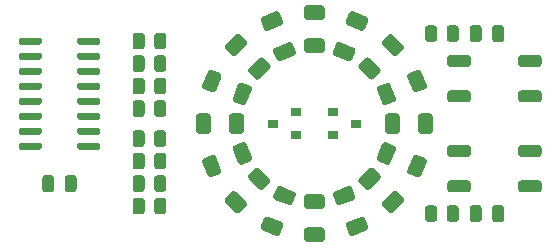
<source format=gbr>
%TF.GenerationSoftware,KiCad,Pcbnew,5.1.9-73d0e3b20d~88~ubuntu20.04.1*%
%TF.CreationDate,2021-03-27T19:40:49+01:00*%
%TF.ProjectId,circledisplay,63697263-6c65-4646-9973-706c61792e6b,rev?*%
%TF.SameCoordinates,Original*%
%TF.FileFunction,Paste,Top*%
%TF.FilePolarity,Positive*%
%FSLAX46Y46*%
G04 Gerber Fmt 4.6, Leading zero omitted, Abs format (unit mm)*
G04 Created by KiCad (PCBNEW 5.1.9-73d0e3b20d~88~ubuntu20.04.1) date 2021-03-27 19:40:49*
%MOMM*%
%LPD*%
G01*
G04 APERTURE LIST*
%ADD10R,0.900000X0.800000*%
G04 APERTURE END LIST*
%TO.C,C1*%
G36*
G01*
X117655000Y-59215000D02*
X117655000Y-60165000D01*
G75*
G02*
X117405000Y-60415000I-250000J0D01*
G01*
X116905000Y-60415000D01*
G75*
G02*
X116655000Y-60165000I0J250000D01*
G01*
X116655000Y-59215000D01*
G75*
G02*
X116905000Y-58965000I250000J0D01*
G01*
X117405000Y-58965000D01*
G75*
G02*
X117655000Y-59215000I0J-250000D01*
G01*
G37*
G36*
G01*
X115755000Y-59215000D02*
X115755000Y-60165000D01*
G75*
G02*
X115505000Y-60415000I-250000J0D01*
G01*
X115005000Y-60415000D01*
G75*
G02*
X114755000Y-60165000I0J250000D01*
G01*
X114755000Y-59215000D01*
G75*
G02*
X115005000Y-58965000I250000J0D01*
G01*
X115505000Y-58965000D01*
G75*
G02*
X115755000Y-59215000I0J-250000D01*
G01*
G37*
%TD*%
%TO.C,C2*%
G36*
G01*
X115755000Y-74455000D02*
X115755000Y-75405000D01*
G75*
G02*
X115505000Y-75655000I-250000J0D01*
G01*
X115005000Y-75655000D01*
G75*
G02*
X114755000Y-75405000I0J250000D01*
G01*
X114755000Y-74455000D01*
G75*
G02*
X115005000Y-74205000I250000J0D01*
G01*
X115505000Y-74205000D01*
G75*
G02*
X115755000Y-74455000I0J-250000D01*
G01*
G37*
G36*
G01*
X117655000Y-74455000D02*
X117655000Y-75405000D01*
G75*
G02*
X117405000Y-75655000I-250000J0D01*
G01*
X116905000Y-75655000D01*
G75*
G02*
X116655000Y-75405000I0J250000D01*
G01*
X116655000Y-74455000D01*
G75*
G02*
X116905000Y-74205000I250000J0D01*
G01*
X117405000Y-74205000D01*
G75*
G02*
X117655000Y-74455000I0J-250000D01*
G01*
G37*
%TD*%
%TO.C,C3*%
G36*
G01*
X81460000Y-71915000D02*
X81460000Y-72865000D01*
G75*
G02*
X81210000Y-73115000I-250000J0D01*
G01*
X80710000Y-73115000D01*
G75*
G02*
X80460000Y-72865000I0J250000D01*
G01*
X80460000Y-71915000D01*
G75*
G02*
X80710000Y-71665000I250000J0D01*
G01*
X81210000Y-71665000D01*
G75*
G02*
X81460000Y-71915000I0J-250000D01*
G01*
G37*
G36*
G01*
X79560000Y-71915000D02*
X79560000Y-72865000D01*
G75*
G02*
X79310000Y-73115000I-250000J0D01*
G01*
X78810000Y-73115000D01*
G75*
G02*
X78560000Y-72865000I0J250000D01*
G01*
X78560000Y-71915000D01*
G75*
G02*
X78810000Y-71665000I250000J0D01*
G01*
X79310000Y-71665000D01*
G75*
G02*
X79560000Y-71915000I0J-250000D01*
G01*
G37*
%TD*%
%TO.C,D1*%
G36*
G01*
X100975000Y-57285000D02*
X102225000Y-57285000D01*
G75*
G02*
X102475000Y-57535000I0J-250000D01*
G01*
X102475000Y-58285000D01*
G75*
G02*
X102225000Y-58535000I-250000J0D01*
G01*
X100975000Y-58535000D01*
G75*
G02*
X100725000Y-58285000I0J250000D01*
G01*
X100725000Y-57535000D01*
G75*
G02*
X100975000Y-57285000I250000J0D01*
G01*
G37*
G36*
G01*
X100975000Y-60085000D02*
X102225000Y-60085000D01*
G75*
G02*
X102475000Y-60335000I0J-250000D01*
G01*
X102475000Y-61085000D01*
G75*
G02*
X102225000Y-61335000I-250000J0D01*
G01*
X100975000Y-61335000D01*
G75*
G02*
X100725000Y-61085000I0J250000D01*
G01*
X100725000Y-60335000D01*
G75*
G02*
X100975000Y-60085000I250000J0D01*
G01*
G37*
%TD*%
%TO.C,D2*%
G36*
G01*
X103787463Y-60395793D02*
X104942312Y-60874147D01*
G75*
G02*
X105077611Y-61200788I-95671J-230970D01*
G01*
X104790598Y-61893698D01*
G75*
G02*
X104463957Y-62028997I-230970J95671D01*
G01*
X103309108Y-61550643D01*
G75*
G02*
X103173809Y-61224002I95671J230970D01*
G01*
X103460822Y-60531092D01*
G75*
G02*
X103787463Y-60395793I230970J-95671D01*
G01*
G37*
G36*
G01*
X104858977Y-57808931D02*
X106013826Y-58287285D01*
G75*
G02*
X106149125Y-58613926I-95671J-230970D01*
G01*
X105862112Y-59306836D01*
G75*
G02*
X105535471Y-59442135I-230970J95671D01*
G01*
X104380622Y-58963781D01*
G75*
G02*
X104245323Y-58637140I95671J230970D01*
G01*
X104532336Y-57944230D01*
G75*
G02*
X104858977Y-57808931I230970J-95671D01*
G01*
G37*
%TD*%
%TO.C,D3*%
G36*
G01*
X108246803Y-59779313D02*
X109130687Y-60663197D01*
G75*
G02*
X109130687Y-61016751I-176777J-176777D01*
G01*
X108600357Y-61547081D01*
G75*
G02*
X108246803Y-61547081I-176777J176777D01*
G01*
X107362919Y-60663197D01*
G75*
G02*
X107362919Y-60309643I176777J176777D01*
G01*
X107893249Y-59779313D01*
G75*
G02*
X108246803Y-59779313I176777J-176777D01*
G01*
G37*
G36*
G01*
X106266905Y-61759211D02*
X107150789Y-62643095D01*
G75*
G02*
X107150789Y-62996649I-176777J-176777D01*
G01*
X106620459Y-63526979D01*
G75*
G02*
X106266905Y-63526979I-176777J176777D01*
G01*
X105383021Y-62643095D01*
G75*
G02*
X105383021Y-62289541I176777J176777D01*
G01*
X105913351Y-61759211D01*
G75*
G02*
X106266905Y-61759211I176777J-176777D01*
G01*
G37*
%TD*%
%TO.C,D4*%
G36*
G01*
X108035853Y-63967688D02*
X108514207Y-65122537D01*
G75*
G02*
X108378908Y-65449178I-230970J-95671D01*
G01*
X107685998Y-65736191D01*
G75*
G02*
X107359357Y-65600892I-95671J230970D01*
G01*
X106881003Y-64446043D01*
G75*
G02*
X107016302Y-64119402I230970J95671D01*
G01*
X107709212Y-63832389D01*
G75*
G02*
X108035853Y-63967688I95671J-230970D01*
G01*
G37*
G36*
G01*
X110622715Y-62896174D02*
X111101069Y-64051023D01*
G75*
G02*
X110965770Y-64377664I-230970J-95671D01*
G01*
X110272860Y-64664677D01*
G75*
G02*
X109946219Y-64529378I-95671J230970D01*
G01*
X109467865Y-63374529D01*
G75*
G02*
X109603164Y-63047888I230970J95671D01*
G01*
X110296074Y-62760875D01*
G75*
G02*
X110622715Y-62896174I95671J-230970D01*
G01*
G37*
%TD*%
%TO.C,D5*%
G36*
G01*
X111625000Y-66685000D02*
X111625000Y-67935000D01*
G75*
G02*
X111375000Y-68185000I-250000J0D01*
G01*
X110625000Y-68185000D01*
G75*
G02*
X110375000Y-67935000I0J250000D01*
G01*
X110375000Y-66685000D01*
G75*
G02*
X110625000Y-66435000I250000J0D01*
G01*
X111375000Y-66435000D01*
G75*
G02*
X111625000Y-66685000I0J-250000D01*
G01*
G37*
G36*
G01*
X108825000Y-66685000D02*
X108825000Y-67935000D01*
G75*
G02*
X108575000Y-68185000I-250000J0D01*
G01*
X107825000Y-68185000D01*
G75*
G02*
X107575000Y-67935000I0J250000D01*
G01*
X107575000Y-66685000D01*
G75*
G02*
X107825000Y-66435000I250000J0D01*
G01*
X108575000Y-66435000D01*
G75*
G02*
X108825000Y-66685000I0J-250000D01*
G01*
G37*
%TD*%
%TO.C,D6*%
G36*
G01*
X108514207Y-69497463D02*
X108035853Y-70652312D01*
G75*
G02*
X107709212Y-70787611I-230970J95671D01*
G01*
X107016302Y-70500598D01*
G75*
G02*
X106881003Y-70173957I95671J230970D01*
G01*
X107359357Y-69019108D01*
G75*
G02*
X107685998Y-68883809I230970J-95671D01*
G01*
X108378908Y-69170822D01*
G75*
G02*
X108514207Y-69497463I-95671J-230970D01*
G01*
G37*
G36*
G01*
X111101069Y-70568977D02*
X110622715Y-71723826D01*
G75*
G02*
X110296074Y-71859125I-230970J95671D01*
G01*
X109603164Y-71572112D01*
G75*
G02*
X109467865Y-71245471I95671J230970D01*
G01*
X109946219Y-70090622D01*
G75*
G02*
X110272860Y-69955323I230970J-95671D01*
G01*
X110965770Y-70242336D01*
G75*
G02*
X111101069Y-70568977I-95671J-230970D01*
G01*
G37*
%TD*%
%TO.C,D7*%
G36*
G01*
X109130687Y-73956803D02*
X108246803Y-74840687D01*
G75*
G02*
X107893249Y-74840687I-176777J176777D01*
G01*
X107362919Y-74310357D01*
G75*
G02*
X107362919Y-73956803I176777J176777D01*
G01*
X108246803Y-73072919D01*
G75*
G02*
X108600357Y-73072919I176777J-176777D01*
G01*
X109130687Y-73603249D01*
G75*
G02*
X109130687Y-73956803I-176777J-176777D01*
G01*
G37*
G36*
G01*
X107150789Y-71976905D02*
X106266905Y-72860789D01*
G75*
G02*
X105913351Y-72860789I-176777J176777D01*
G01*
X105383021Y-72330459D01*
G75*
G02*
X105383021Y-71976905I176777J176777D01*
G01*
X106266905Y-71093021D01*
G75*
G02*
X106620459Y-71093021I176777J-176777D01*
G01*
X107150789Y-71623351D01*
G75*
G02*
X107150789Y-71976905I-176777J-176777D01*
G01*
G37*
%TD*%
%TO.C,D8*%
G36*
G01*
X104942312Y-73745853D02*
X103787463Y-74224207D01*
G75*
G02*
X103460822Y-74088908I-95671J230970D01*
G01*
X103173809Y-73395998D01*
G75*
G02*
X103309108Y-73069357I230970J95671D01*
G01*
X104463957Y-72591003D01*
G75*
G02*
X104790598Y-72726302I95671J-230970D01*
G01*
X105077611Y-73419212D01*
G75*
G02*
X104942312Y-73745853I-230970J-95671D01*
G01*
G37*
G36*
G01*
X106013826Y-76332715D02*
X104858977Y-76811069D01*
G75*
G02*
X104532336Y-76675770I-95671J230970D01*
G01*
X104245323Y-75982860D01*
G75*
G02*
X104380622Y-75656219I230970J95671D01*
G01*
X105535471Y-75177865D01*
G75*
G02*
X105862112Y-75313164I95671J-230970D01*
G01*
X106149125Y-76006074D01*
G75*
G02*
X106013826Y-76332715I-230970J-95671D01*
G01*
G37*
%TD*%
%TO.C,D9*%
G36*
G01*
X102225000Y-77335000D02*
X100975000Y-77335000D01*
G75*
G02*
X100725000Y-77085000I0J250000D01*
G01*
X100725000Y-76335000D01*
G75*
G02*
X100975000Y-76085000I250000J0D01*
G01*
X102225000Y-76085000D01*
G75*
G02*
X102475000Y-76335000I0J-250000D01*
G01*
X102475000Y-77085000D01*
G75*
G02*
X102225000Y-77335000I-250000J0D01*
G01*
G37*
G36*
G01*
X102225000Y-74535000D02*
X100975000Y-74535000D01*
G75*
G02*
X100725000Y-74285000I0J250000D01*
G01*
X100725000Y-73535000D01*
G75*
G02*
X100975000Y-73285000I250000J0D01*
G01*
X102225000Y-73285000D01*
G75*
G02*
X102475000Y-73535000I0J-250000D01*
G01*
X102475000Y-74285000D01*
G75*
G02*
X102225000Y-74535000I-250000J0D01*
G01*
G37*
%TD*%
%TO.C,D10*%
G36*
G01*
X99412537Y-74224207D02*
X98257688Y-73745853D01*
G75*
G02*
X98122389Y-73419212I95671J230970D01*
G01*
X98409402Y-72726302D01*
G75*
G02*
X98736043Y-72591003I230970J-95671D01*
G01*
X99890892Y-73069357D01*
G75*
G02*
X100026191Y-73395998I-95671J-230970D01*
G01*
X99739178Y-74088908D01*
G75*
G02*
X99412537Y-74224207I-230970J95671D01*
G01*
G37*
G36*
G01*
X98341023Y-76811069D02*
X97186174Y-76332715D01*
G75*
G02*
X97050875Y-76006074I95671J230970D01*
G01*
X97337888Y-75313164D01*
G75*
G02*
X97664529Y-75177865I230970J-95671D01*
G01*
X98819378Y-75656219D01*
G75*
G02*
X98954677Y-75982860I-95671J-230970D01*
G01*
X98667664Y-76675770D01*
G75*
G02*
X98341023Y-76811069I-230970J95671D01*
G01*
G37*
%TD*%
%TO.C,D11*%
G36*
G01*
X94953197Y-74840687D02*
X94069313Y-73956803D01*
G75*
G02*
X94069313Y-73603249I176777J176777D01*
G01*
X94599643Y-73072919D01*
G75*
G02*
X94953197Y-73072919I176777J-176777D01*
G01*
X95837081Y-73956803D01*
G75*
G02*
X95837081Y-74310357I-176777J-176777D01*
G01*
X95306751Y-74840687D01*
G75*
G02*
X94953197Y-74840687I-176777J176777D01*
G01*
G37*
G36*
G01*
X96933095Y-72860789D02*
X96049211Y-71976905D01*
G75*
G02*
X96049211Y-71623351I176777J176777D01*
G01*
X96579541Y-71093021D01*
G75*
G02*
X96933095Y-71093021I176777J-176777D01*
G01*
X97816979Y-71976905D01*
G75*
G02*
X97816979Y-72330459I-176777J-176777D01*
G01*
X97286649Y-72860789D01*
G75*
G02*
X96933095Y-72860789I-176777J176777D01*
G01*
G37*
%TD*%
%TO.C,D12*%
G36*
G01*
X95164147Y-70652312D02*
X94685793Y-69497463D01*
G75*
G02*
X94821092Y-69170822I230970J95671D01*
G01*
X95514002Y-68883809D01*
G75*
G02*
X95840643Y-69019108I95671J-230970D01*
G01*
X96318997Y-70173957D01*
G75*
G02*
X96183698Y-70500598I-230970J-95671D01*
G01*
X95490788Y-70787611D01*
G75*
G02*
X95164147Y-70652312I-95671J230970D01*
G01*
G37*
G36*
G01*
X92577285Y-71723826D02*
X92098931Y-70568977D01*
G75*
G02*
X92234230Y-70242336I230970J95671D01*
G01*
X92927140Y-69955323D01*
G75*
G02*
X93253781Y-70090622I95671J-230970D01*
G01*
X93732135Y-71245471D01*
G75*
G02*
X93596836Y-71572112I-230970J-95671D01*
G01*
X92903926Y-71859125D01*
G75*
G02*
X92577285Y-71723826I-95671J230970D01*
G01*
G37*
%TD*%
%TO.C,D13*%
G36*
G01*
X91575000Y-67935000D02*
X91575000Y-66685000D01*
G75*
G02*
X91825000Y-66435000I250000J0D01*
G01*
X92575000Y-66435000D01*
G75*
G02*
X92825000Y-66685000I0J-250000D01*
G01*
X92825000Y-67935000D01*
G75*
G02*
X92575000Y-68185000I-250000J0D01*
G01*
X91825000Y-68185000D01*
G75*
G02*
X91575000Y-67935000I0J250000D01*
G01*
G37*
G36*
G01*
X94375000Y-67935000D02*
X94375000Y-66685000D01*
G75*
G02*
X94625000Y-66435000I250000J0D01*
G01*
X95375000Y-66435000D01*
G75*
G02*
X95625000Y-66685000I0J-250000D01*
G01*
X95625000Y-67935000D01*
G75*
G02*
X95375000Y-68185000I-250000J0D01*
G01*
X94625000Y-68185000D01*
G75*
G02*
X94375000Y-67935000I0J250000D01*
G01*
G37*
%TD*%
%TO.C,D14*%
G36*
G01*
X94685793Y-65122537D02*
X95164147Y-63967688D01*
G75*
G02*
X95490788Y-63832389I230970J-95671D01*
G01*
X96183698Y-64119402D01*
G75*
G02*
X96318997Y-64446043I-95671J-230970D01*
G01*
X95840643Y-65600892D01*
G75*
G02*
X95514002Y-65736191I-230970J95671D01*
G01*
X94821092Y-65449178D01*
G75*
G02*
X94685793Y-65122537I95671J230970D01*
G01*
G37*
G36*
G01*
X92098931Y-64051023D02*
X92577285Y-62896174D01*
G75*
G02*
X92903926Y-62760875I230970J-95671D01*
G01*
X93596836Y-63047888D01*
G75*
G02*
X93732135Y-63374529I-95671J-230970D01*
G01*
X93253781Y-64529378D01*
G75*
G02*
X92927140Y-64664677I-230970J95671D01*
G01*
X92234230Y-64377664D01*
G75*
G02*
X92098931Y-64051023I95671J230970D01*
G01*
G37*
%TD*%
%TO.C,D15*%
G36*
G01*
X94069313Y-60663197D02*
X94953197Y-59779313D01*
G75*
G02*
X95306751Y-59779313I176777J-176777D01*
G01*
X95837081Y-60309643D01*
G75*
G02*
X95837081Y-60663197I-176777J-176777D01*
G01*
X94953197Y-61547081D01*
G75*
G02*
X94599643Y-61547081I-176777J176777D01*
G01*
X94069313Y-61016751D01*
G75*
G02*
X94069313Y-60663197I176777J176777D01*
G01*
G37*
G36*
G01*
X96049211Y-62643095D02*
X96933095Y-61759211D01*
G75*
G02*
X97286649Y-61759211I176777J-176777D01*
G01*
X97816979Y-62289541D01*
G75*
G02*
X97816979Y-62643095I-176777J-176777D01*
G01*
X96933095Y-63526979D01*
G75*
G02*
X96579541Y-63526979I-176777J176777D01*
G01*
X96049211Y-62996649D01*
G75*
G02*
X96049211Y-62643095I176777J176777D01*
G01*
G37*
%TD*%
%TO.C,D16*%
G36*
G01*
X98257688Y-60874147D02*
X99412537Y-60395793D01*
G75*
G02*
X99739178Y-60531092I95671J-230970D01*
G01*
X100026191Y-61224002D01*
G75*
G02*
X99890892Y-61550643I-230970J-95671D01*
G01*
X98736043Y-62028997D01*
G75*
G02*
X98409402Y-61893698I-95671J230970D01*
G01*
X98122389Y-61200788D01*
G75*
G02*
X98257688Y-60874147I230970J95671D01*
G01*
G37*
G36*
G01*
X97186174Y-58287285D02*
X98341023Y-57808931D01*
G75*
G02*
X98667664Y-57944230I95671J-230970D01*
G01*
X98954677Y-58637140D01*
G75*
G02*
X98819378Y-58963781I-230970J-95671D01*
G01*
X97664529Y-59442135D01*
G75*
G02*
X97337888Y-59306836I-95671J230970D01*
G01*
X97050875Y-58613926D01*
G75*
G02*
X97186174Y-58287285I230970J95671D01*
G01*
G37*
%TD*%
D10*
%TO.C,Q1*%
X103140000Y-66360000D03*
X103140000Y-68260000D03*
X105140000Y-67310000D03*
%TD*%
%TO.C,Q2*%
X98060000Y-67310000D03*
X100060000Y-66360000D03*
X100060000Y-68260000D03*
%TD*%
%TO.C,R1*%
G36*
G01*
X113820000Y-59239998D02*
X113820000Y-60140002D01*
G75*
G02*
X113570002Y-60390000I-249998J0D01*
G01*
X113044998Y-60390000D01*
G75*
G02*
X112795000Y-60140002I0J249998D01*
G01*
X112795000Y-59239998D01*
G75*
G02*
X113044998Y-58990000I249998J0D01*
G01*
X113570002Y-58990000D01*
G75*
G02*
X113820000Y-59239998I0J-249998D01*
G01*
G37*
G36*
G01*
X111995000Y-59239998D02*
X111995000Y-60140002D01*
G75*
G02*
X111745002Y-60390000I-249998J0D01*
G01*
X111219998Y-60390000D01*
G75*
G02*
X110970000Y-60140002I0J249998D01*
G01*
X110970000Y-59239998D01*
G75*
G02*
X111219998Y-58990000I249998J0D01*
G01*
X111745002Y-58990000D01*
G75*
G02*
X111995000Y-59239998I0J-249998D01*
G01*
G37*
%TD*%
%TO.C,R2*%
G36*
G01*
X111995000Y-74479998D02*
X111995000Y-75380002D01*
G75*
G02*
X111745002Y-75630000I-249998J0D01*
G01*
X111219998Y-75630000D01*
G75*
G02*
X110970000Y-75380002I0J249998D01*
G01*
X110970000Y-74479998D01*
G75*
G02*
X111219998Y-74230000I249998J0D01*
G01*
X111745002Y-74230000D01*
G75*
G02*
X111995000Y-74479998I0J-249998D01*
G01*
G37*
G36*
G01*
X113820000Y-74479998D02*
X113820000Y-75380002D01*
G75*
G02*
X113570002Y-75630000I-249998J0D01*
G01*
X113044998Y-75630000D01*
G75*
G02*
X112795000Y-75380002I0J249998D01*
G01*
X112795000Y-74479998D01*
G75*
G02*
X113044998Y-74230000I249998J0D01*
G01*
X113570002Y-74230000D01*
G75*
G02*
X113820000Y-74479998I0J-249998D01*
G01*
G37*
%TD*%
%TO.C,R3*%
G36*
G01*
X89055000Y-59874998D02*
X89055000Y-60775002D01*
G75*
G02*
X88805002Y-61025000I-249998J0D01*
G01*
X88279998Y-61025000D01*
G75*
G02*
X88030000Y-60775002I0J249998D01*
G01*
X88030000Y-59874998D01*
G75*
G02*
X88279998Y-59625000I249998J0D01*
G01*
X88805002Y-59625000D01*
G75*
G02*
X89055000Y-59874998I0J-249998D01*
G01*
G37*
G36*
G01*
X87230000Y-59874998D02*
X87230000Y-60775002D01*
G75*
G02*
X86980002Y-61025000I-249998J0D01*
G01*
X86454998Y-61025000D01*
G75*
G02*
X86205000Y-60775002I0J249998D01*
G01*
X86205000Y-59874998D01*
G75*
G02*
X86454998Y-59625000I249998J0D01*
G01*
X86980002Y-59625000D01*
G75*
G02*
X87230000Y-59874998I0J-249998D01*
G01*
G37*
%TD*%
%TO.C,R4*%
G36*
G01*
X89055000Y-61779998D02*
X89055000Y-62680002D01*
G75*
G02*
X88805002Y-62930000I-249998J0D01*
G01*
X88279998Y-62930000D01*
G75*
G02*
X88030000Y-62680002I0J249998D01*
G01*
X88030000Y-61779998D01*
G75*
G02*
X88279998Y-61530000I249998J0D01*
G01*
X88805002Y-61530000D01*
G75*
G02*
X89055000Y-61779998I0J-249998D01*
G01*
G37*
G36*
G01*
X87230000Y-61779998D02*
X87230000Y-62680002D01*
G75*
G02*
X86980002Y-62930000I-249998J0D01*
G01*
X86454998Y-62930000D01*
G75*
G02*
X86205000Y-62680002I0J249998D01*
G01*
X86205000Y-61779998D01*
G75*
G02*
X86454998Y-61530000I249998J0D01*
G01*
X86980002Y-61530000D01*
G75*
G02*
X87230000Y-61779998I0J-249998D01*
G01*
G37*
%TD*%
%TO.C,R5*%
G36*
G01*
X87230000Y-63684998D02*
X87230000Y-64585002D01*
G75*
G02*
X86980002Y-64835000I-249998J0D01*
G01*
X86454998Y-64835000D01*
G75*
G02*
X86205000Y-64585002I0J249998D01*
G01*
X86205000Y-63684998D01*
G75*
G02*
X86454998Y-63435000I249998J0D01*
G01*
X86980002Y-63435000D01*
G75*
G02*
X87230000Y-63684998I0J-249998D01*
G01*
G37*
G36*
G01*
X89055000Y-63684998D02*
X89055000Y-64585002D01*
G75*
G02*
X88805002Y-64835000I-249998J0D01*
G01*
X88279998Y-64835000D01*
G75*
G02*
X88030000Y-64585002I0J249998D01*
G01*
X88030000Y-63684998D01*
G75*
G02*
X88279998Y-63435000I249998J0D01*
G01*
X88805002Y-63435000D01*
G75*
G02*
X89055000Y-63684998I0J-249998D01*
G01*
G37*
%TD*%
%TO.C,R6*%
G36*
G01*
X87230000Y-65589998D02*
X87230000Y-66490002D01*
G75*
G02*
X86980002Y-66740000I-249998J0D01*
G01*
X86454998Y-66740000D01*
G75*
G02*
X86205000Y-66490002I0J249998D01*
G01*
X86205000Y-65589998D01*
G75*
G02*
X86454998Y-65340000I249998J0D01*
G01*
X86980002Y-65340000D01*
G75*
G02*
X87230000Y-65589998I0J-249998D01*
G01*
G37*
G36*
G01*
X89055000Y-65589998D02*
X89055000Y-66490002D01*
G75*
G02*
X88805002Y-66740000I-249998J0D01*
G01*
X88279998Y-66740000D01*
G75*
G02*
X88030000Y-66490002I0J249998D01*
G01*
X88030000Y-65589998D01*
G75*
G02*
X88279998Y-65340000I249998J0D01*
G01*
X88805002Y-65340000D01*
G75*
G02*
X89055000Y-65589998I0J-249998D01*
G01*
G37*
%TD*%
%TO.C,R7*%
G36*
G01*
X89055000Y-68129998D02*
X89055000Y-69030002D01*
G75*
G02*
X88805002Y-69280000I-249998J0D01*
G01*
X88279998Y-69280000D01*
G75*
G02*
X88030000Y-69030002I0J249998D01*
G01*
X88030000Y-68129998D01*
G75*
G02*
X88279998Y-67880000I249998J0D01*
G01*
X88805002Y-67880000D01*
G75*
G02*
X89055000Y-68129998I0J-249998D01*
G01*
G37*
G36*
G01*
X87230000Y-68129998D02*
X87230000Y-69030002D01*
G75*
G02*
X86980002Y-69280000I-249998J0D01*
G01*
X86454998Y-69280000D01*
G75*
G02*
X86205000Y-69030002I0J249998D01*
G01*
X86205000Y-68129998D01*
G75*
G02*
X86454998Y-67880000I249998J0D01*
G01*
X86980002Y-67880000D01*
G75*
G02*
X87230000Y-68129998I0J-249998D01*
G01*
G37*
%TD*%
%TO.C,R8*%
G36*
G01*
X87230000Y-70034998D02*
X87230000Y-70935002D01*
G75*
G02*
X86980002Y-71185000I-249998J0D01*
G01*
X86454998Y-71185000D01*
G75*
G02*
X86205000Y-70935002I0J249998D01*
G01*
X86205000Y-70034998D01*
G75*
G02*
X86454998Y-69785000I249998J0D01*
G01*
X86980002Y-69785000D01*
G75*
G02*
X87230000Y-70034998I0J-249998D01*
G01*
G37*
G36*
G01*
X89055000Y-70034998D02*
X89055000Y-70935002D01*
G75*
G02*
X88805002Y-71185000I-249998J0D01*
G01*
X88279998Y-71185000D01*
G75*
G02*
X88030000Y-70935002I0J249998D01*
G01*
X88030000Y-70034998D01*
G75*
G02*
X88279998Y-69785000I249998J0D01*
G01*
X88805002Y-69785000D01*
G75*
G02*
X89055000Y-70034998I0J-249998D01*
G01*
G37*
%TD*%
%TO.C,R9*%
G36*
G01*
X87230000Y-71939998D02*
X87230000Y-72840002D01*
G75*
G02*
X86980002Y-73090000I-249998J0D01*
G01*
X86454998Y-73090000D01*
G75*
G02*
X86205000Y-72840002I0J249998D01*
G01*
X86205000Y-71939998D01*
G75*
G02*
X86454998Y-71690000I249998J0D01*
G01*
X86980002Y-71690000D01*
G75*
G02*
X87230000Y-71939998I0J-249998D01*
G01*
G37*
G36*
G01*
X89055000Y-71939998D02*
X89055000Y-72840002D01*
G75*
G02*
X88805002Y-73090000I-249998J0D01*
G01*
X88279998Y-73090000D01*
G75*
G02*
X88030000Y-72840002I0J249998D01*
G01*
X88030000Y-71939998D01*
G75*
G02*
X88279998Y-71690000I249998J0D01*
G01*
X88805002Y-71690000D01*
G75*
G02*
X89055000Y-71939998I0J-249998D01*
G01*
G37*
%TD*%
%TO.C,R10*%
G36*
G01*
X89055000Y-73844998D02*
X89055000Y-74745002D01*
G75*
G02*
X88805002Y-74995000I-249998J0D01*
G01*
X88279998Y-74995000D01*
G75*
G02*
X88030000Y-74745002I0J249998D01*
G01*
X88030000Y-73844998D01*
G75*
G02*
X88279998Y-73595000I249998J0D01*
G01*
X88805002Y-73595000D01*
G75*
G02*
X89055000Y-73844998I0J-249998D01*
G01*
G37*
G36*
G01*
X87230000Y-73844998D02*
X87230000Y-74745002D01*
G75*
G02*
X86980002Y-74995000I-249998J0D01*
G01*
X86454998Y-74995000D01*
G75*
G02*
X86205000Y-74745002I0J249998D01*
G01*
X86205000Y-73844998D01*
G75*
G02*
X86454998Y-73595000I249998J0D01*
G01*
X86980002Y-73595000D01*
G75*
G02*
X87230000Y-73844998I0J-249998D01*
G01*
G37*
%TD*%
%TO.C,SW1*%
G36*
G01*
X118840000Y-65250000D02*
X118840000Y-64750000D01*
G75*
G02*
X119090000Y-64500000I250000J0D01*
G01*
X120590000Y-64500000D01*
G75*
G02*
X120840000Y-64750000I0J-250000D01*
G01*
X120840000Y-65250000D01*
G75*
G02*
X120590000Y-65500000I-250000J0D01*
G01*
X119090000Y-65500000D01*
G75*
G02*
X118840000Y-65250000I0J250000D01*
G01*
G37*
G36*
G01*
X118840000Y-62250000D02*
X118840000Y-61750000D01*
G75*
G02*
X119090000Y-61500000I250000J0D01*
G01*
X120590000Y-61500000D01*
G75*
G02*
X120840000Y-61750000I0J-250000D01*
G01*
X120840000Y-62250000D01*
G75*
G02*
X120590000Y-62500000I-250000J0D01*
G01*
X119090000Y-62500000D01*
G75*
G02*
X118840000Y-62250000I0J250000D01*
G01*
G37*
G36*
G01*
X112840000Y-65250000D02*
X112840000Y-64750000D01*
G75*
G02*
X113090000Y-64500000I250000J0D01*
G01*
X114590000Y-64500000D01*
G75*
G02*
X114840000Y-64750000I0J-250000D01*
G01*
X114840000Y-65250000D01*
G75*
G02*
X114590000Y-65500000I-250000J0D01*
G01*
X113090000Y-65500000D01*
G75*
G02*
X112840000Y-65250000I0J250000D01*
G01*
G37*
G36*
G01*
X112840000Y-62250000D02*
X112840000Y-61750000D01*
G75*
G02*
X113090000Y-61500000I250000J0D01*
G01*
X114590000Y-61500000D01*
G75*
G02*
X114840000Y-61750000I0J-250000D01*
G01*
X114840000Y-62250000D01*
G75*
G02*
X114590000Y-62500000I-250000J0D01*
G01*
X113090000Y-62500000D01*
G75*
G02*
X112840000Y-62250000I0J250000D01*
G01*
G37*
%TD*%
%TO.C,SW2*%
G36*
G01*
X120840000Y-72370000D02*
X120840000Y-72870000D01*
G75*
G02*
X120590000Y-73120000I-250000J0D01*
G01*
X119090000Y-73120000D01*
G75*
G02*
X118840000Y-72870000I0J250000D01*
G01*
X118840000Y-72370000D01*
G75*
G02*
X119090000Y-72120000I250000J0D01*
G01*
X120590000Y-72120000D01*
G75*
G02*
X120840000Y-72370000I0J-250000D01*
G01*
G37*
G36*
G01*
X120840000Y-69370000D02*
X120840000Y-69870000D01*
G75*
G02*
X120590000Y-70120000I-250000J0D01*
G01*
X119090000Y-70120000D01*
G75*
G02*
X118840000Y-69870000I0J250000D01*
G01*
X118840000Y-69370000D01*
G75*
G02*
X119090000Y-69120000I250000J0D01*
G01*
X120590000Y-69120000D01*
G75*
G02*
X120840000Y-69370000I0J-250000D01*
G01*
G37*
G36*
G01*
X114840000Y-72370000D02*
X114840000Y-72870000D01*
G75*
G02*
X114590000Y-73120000I-250000J0D01*
G01*
X113090000Y-73120000D01*
G75*
G02*
X112840000Y-72870000I0J250000D01*
G01*
X112840000Y-72370000D01*
G75*
G02*
X113090000Y-72120000I250000J0D01*
G01*
X114590000Y-72120000D01*
G75*
G02*
X114840000Y-72370000I0J-250000D01*
G01*
G37*
G36*
G01*
X114840000Y-69370000D02*
X114840000Y-69870000D01*
G75*
G02*
X114590000Y-70120000I-250000J0D01*
G01*
X113090000Y-70120000D01*
G75*
G02*
X112840000Y-69870000I0J250000D01*
G01*
X112840000Y-69370000D01*
G75*
G02*
X113090000Y-69120000I250000J0D01*
G01*
X114590000Y-69120000D01*
G75*
G02*
X114840000Y-69370000I0J-250000D01*
G01*
G37*
%TD*%
%TO.C,U1*%
G36*
G01*
X76560000Y-60475000D02*
X76560000Y-60175000D01*
G75*
G02*
X76710000Y-60025000I150000J0D01*
G01*
X78360000Y-60025000D01*
G75*
G02*
X78510000Y-60175000I0J-150000D01*
G01*
X78510000Y-60475000D01*
G75*
G02*
X78360000Y-60625000I-150000J0D01*
G01*
X76710000Y-60625000D01*
G75*
G02*
X76560000Y-60475000I0J150000D01*
G01*
G37*
G36*
G01*
X76560000Y-61745000D02*
X76560000Y-61445000D01*
G75*
G02*
X76710000Y-61295000I150000J0D01*
G01*
X78360000Y-61295000D01*
G75*
G02*
X78510000Y-61445000I0J-150000D01*
G01*
X78510000Y-61745000D01*
G75*
G02*
X78360000Y-61895000I-150000J0D01*
G01*
X76710000Y-61895000D01*
G75*
G02*
X76560000Y-61745000I0J150000D01*
G01*
G37*
G36*
G01*
X76560000Y-63015000D02*
X76560000Y-62715000D01*
G75*
G02*
X76710000Y-62565000I150000J0D01*
G01*
X78360000Y-62565000D01*
G75*
G02*
X78510000Y-62715000I0J-150000D01*
G01*
X78510000Y-63015000D01*
G75*
G02*
X78360000Y-63165000I-150000J0D01*
G01*
X76710000Y-63165000D01*
G75*
G02*
X76560000Y-63015000I0J150000D01*
G01*
G37*
G36*
G01*
X76560000Y-64285000D02*
X76560000Y-63985000D01*
G75*
G02*
X76710000Y-63835000I150000J0D01*
G01*
X78360000Y-63835000D01*
G75*
G02*
X78510000Y-63985000I0J-150000D01*
G01*
X78510000Y-64285000D01*
G75*
G02*
X78360000Y-64435000I-150000J0D01*
G01*
X76710000Y-64435000D01*
G75*
G02*
X76560000Y-64285000I0J150000D01*
G01*
G37*
G36*
G01*
X76560000Y-65555000D02*
X76560000Y-65255000D01*
G75*
G02*
X76710000Y-65105000I150000J0D01*
G01*
X78360000Y-65105000D01*
G75*
G02*
X78510000Y-65255000I0J-150000D01*
G01*
X78510000Y-65555000D01*
G75*
G02*
X78360000Y-65705000I-150000J0D01*
G01*
X76710000Y-65705000D01*
G75*
G02*
X76560000Y-65555000I0J150000D01*
G01*
G37*
G36*
G01*
X76560000Y-66825000D02*
X76560000Y-66525000D01*
G75*
G02*
X76710000Y-66375000I150000J0D01*
G01*
X78360000Y-66375000D01*
G75*
G02*
X78510000Y-66525000I0J-150000D01*
G01*
X78510000Y-66825000D01*
G75*
G02*
X78360000Y-66975000I-150000J0D01*
G01*
X76710000Y-66975000D01*
G75*
G02*
X76560000Y-66825000I0J150000D01*
G01*
G37*
G36*
G01*
X76560000Y-68095000D02*
X76560000Y-67795000D01*
G75*
G02*
X76710000Y-67645000I150000J0D01*
G01*
X78360000Y-67645000D01*
G75*
G02*
X78510000Y-67795000I0J-150000D01*
G01*
X78510000Y-68095000D01*
G75*
G02*
X78360000Y-68245000I-150000J0D01*
G01*
X76710000Y-68245000D01*
G75*
G02*
X76560000Y-68095000I0J150000D01*
G01*
G37*
G36*
G01*
X76560000Y-69365000D02*
X76560000Y-69065000D01*
G75*
G02*
X76710000Y-68915000I150000J0D01*
G01*
X78360000Y-68915000D01*
G75*
G02*
X78510000Y-69065000I0J-150000D01*
G01*
X78510000Y-69365000D01*
G75*
G02*
X78360000Y-69515000I-150000J0D01*
G01*
X76710000Y-69515000D01*
G75*
G02*
X76560000Y-69365000I0J150000D01*
G01*
G37*
G36*
G01*
X81510000Y-69365000D02*
X81510000Y-69065000D01*
G75*
G02*
X81660000Y-68915000I150000J0D01*
G01*
X83310000Y-68915000D01*
G75*
G02*
X83460000Y-69065000I0J-150000D01*
G01*
X83460000Y-69365000D01*
G75*
G02*
X83310000Y-69515000I-150000J0D01*
G01*
X81660000Y-69515000D01*
G75*
G02*
X81510000Y-69365000I0J150000D01*
G01*
G37*
G36*
G01*
X81510000Y-68095000D02*
X81510000Y-67795000D01*
G75*
G02*
X81660000Y-67645000I150000J0D01*
G01*
X83310000Y-67645000D01*
G75*
G02*
X83460000Y-67795000I0J-150000D01*
G01*
X83460000Y-68095000D01*
G75*
G02*
X83310000Y-68245000I-150000J0D01*
G01*
X81660000Y-68245000D01*
G75*
G02*
X81510000Y-68095000I0J150000D01*
G01*
G37*
G36*
G01*
X81510000Y-66825000D02*
X81510000Y-66525000D01*
G75*
G02*
X81660000Y-66375000I150000J0D01*
G01*
X83310000Y-66375000D01*
G75*
G02*
X83460000Y-66525000I0J-150000D01*
G01*
X83460000Y-66825000D01*
G75*
G02*
X83310000Y-66975000I-150000J0D01*
G01*
X81660000Y-66975000D01*
G75*
G02*
X81510000Y-66825000I0J150000D01*
G01*
G37*
G36*
G01*
X81510000Y-65555000D02*
X81510000Y-65255000D01*
G75*
G02*
X81660000Y-65105000I150000J0D01*
G01*
X83310000Y-65105000D01*
G75*
G02*
X83460000Y-65255000I0J-150000D01*
G01*
X83460000Y-65555000D01*
G75*
G02*
X83310000Y-65705000I-150000J0D01*
G01*
X81660000Y-65705000D01*
G75*
G02*
X81510000Y-65555000I0J150000D01*
G01*
G37*
G36*
G01*
X81510000Y-64285000D02*
X81510000Y-63985000D01*
G75*
G02*
X81660000Y-63835000I150000J0D01*
G01*
X83310000Y-63835000D01*
G75*
G02*
X83460000Y-63985000I0J-150000D01*
G01*
X83460000Y-64285000D01*
G75*
G02*
X83310000Y-64435000I-150000J0D01*
G01*
X81660000Y-64435000D01*
G75*
G02*
X81510000Y-64285000I0J150000D01*
G01*
G37*
G36*
G01*
X81510000Y-63015000D02*
X81510000Y-62715000D01*
G75*
G02*
X81660000Y-62565000I150000J0D01*
G01*
X83310000Y-62565000D01*
G75*
G02*
X83460000Y-62715000I0J-150000D01*
G01*
X83460000Y-63015000D01*
G75*
G02*
X83310000Y-63165000I-150000J0D01*
G01*
X81660000Y-63165000D01*
G75*
G02*
X81510000Y-63015000I0J150000D01*
G01*
G37*
G36*
G01*
X81510000Y-61745000D02*
X81510000Y-61445000D01*
G75*
G02*
X81660000Y-61295000I150000J0D01*
G01*
X83310000Y-61295000D01*
G75*
G02*
X83460000Y-61445000I0J-150000D01*
G01*
X83460000Y-61745000D01*
G75*
G02*
X83310000Y-61895000I-150000J0D01*
G01*
X81660000Y-61895000D01*
G75*
G02*
X81510000Y-61745000I0J150000D01*
G01*
G37*
G36*
G01*
X81510000Y-60475000D02*
X81510000Y-60175000D01*
G75*
G02*
X81660000Y-60025000I150000J0D01*
G01*
X83310000Y-60025000D01*
G75*
G02*
X83460000Y-60175000I0J-150000D01*
G01*
X83460000Y-60475000D01*
G75*
G02*
X83310000Y-60625000I-150000J0D01*
G01*
X81660000Y-60625000D01*
G75*
G02*
X81510000Y-60475000I0J150000D01*
G01*
G37*
%TD*%
M02*

</source>
